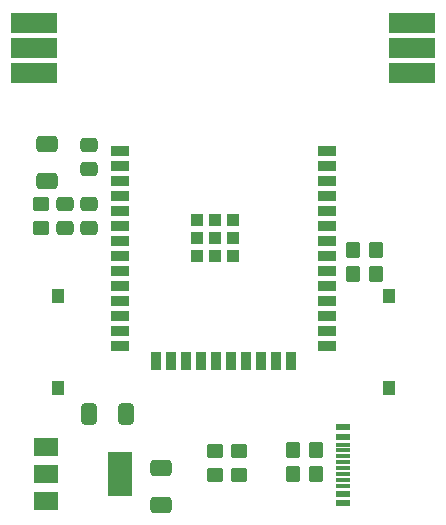
<source format=gtp>
%TF.GenerationSoftware,KiCad,Pcbnew,7.0.1-3b83917a11~172~ubuntu22.04.1*%
%TF.CreationDate,2023-04-18T10:01:55+02:00*%
%TF.ProjectId,part2,70617274-322e-46b6-9963-61645f706362,rev?*%
%TF.SameCoordinates,Original*%
%TF.FileFunction,Paste,Top*%
%TF.FilePolarity,Positive*%
%FSLAX46Y46*%
G04 Gerber Fmt 4.6, Leading zero omitted, Abs format (unit mm)*
G04 Created by KiCad (PCBNEW 7.0.1-3b83917a11~172~ubuntu22.04.1) date 2023-04-18 10:01:55*
%MOMM*%
%LPD*%
G01*
G04 APERTURE LIST*
G04 Aperture macros list*
%AMRoundRect*
0 Rectangle with rounded corners*
0 $1 Rounding radius*
0 $2 $3 $4 $5 $6 $7 $8 $9 X,Y pos of 4 corners*
0 Add a 4 corners polygon primitive as box body*
4,1,4,$2,$3,$4,$5,$6,$7,$8,$9,$2,$3,0*
0 Add four circle primitives for the rounded corners*
1,1,$1+$1,$2,$3*
1,1,$1+$1,$4,$5*
1,1,$1+$1,$6,$7*
1,1,$1+$1,$8,$9*
0 Add four rect primitives between the rounded corners*
20,1,$1+$1,$2,$3,$4,$5,0*
20,1,$1+$1,$4,$5,$6,$7,0*
20,1,$1+$1,$6,$7,$8,$9,0*
20,1,$1+$1,$8,$9,$2,$3,0*%
G04 Aperture macros list end*
%ADD10RoundRect,0.250000X0.650000X-0.412500X0.650000X0.412500X-0.650000X0.412500X-0.650000X-0.412500X0*%
%ADD11RoundRect,0.250000X0.450000X-0.350000X0.450000X0.350000X-0.450000X0.350000X-0.450000X-0.350000X0*%
%ADD12R,4.000000X1.800000*%
%ADD13RoundRect,0.250000X0.412500X0.650000X-0.412500X0.650000X-0.412500X-0.650000X0.412500X-0.650000X0*%
%ADD14RoundRect,0.250000X-0.350000X-0.450000X0.350000X-0.450000X0.350000X0.450000X-0.350000X0.450000X0*%
%ADD15RoundRect,0.250000X-0.450000X0.350000X-0.450000X-0.350000X0.450000X-0.350000X0.450000X0.350000X0*%
%ADD16RoundRect,0.250000X0.475000X-0.337500X0.475000X0.337500X-0.475000X0.337500X-0.475000X-0.337500X0*%
%ADD17RoundRect,0.250000X-0.475000X0.337500X-0.475000X-0.337500X0.475000X-0.337500X0.475000X0.337500X0*%
%ADD18R,1.000000X1.250000*%
%ADD19RoundRect,0.250000X-0.650000X0.412500X-0.650000X-0.412500X0.650000X-0.412500X0.650000X0.412500X0*%
%ADD20RoundRect,0.250000X0.350000X0.450000X-0.350000X0.450000X-0.350000X-0.450000X0.350000X-0.450000X0*%
%ADD21R,2.000000X1.500000*%
%ADD22R,2.000000X3.800000*%
%ADD23R,1.500000X0.900000*%
%ADD24R,0.900000X1.500000*%
%ADD25R,1.050000X1.050000*%
%ADD26R,1.150000X0.600000*%
%ADD27R,1.150000X0.300000*%
G04 APERTURE END LIST*
D10*
%TO.C,C4*%
X137482000Y-119868500D03*
X137482000Y-116743500D03*
%TD*%
D11*
%TO.C,R5*%
X127322000Y-96430000D03*
X127322000Y-94430000D03*
%TD*%
D12*
%TO.C,J11*%
X126775500Y-83310000D03*
X126775500Y-81210000D03*
X126775500Y-79110000D03*
%TD*%
D13*
%TO.C,C5*%
X134511000Y-112210000D03*
X131386000Y-112210000D03*
%TD*%
D14*
%TO.C,R6*%
X153722000Y-100348000D03*
X155722000Y-100348000D03*
%TD*%
D15*
%TO.C,R3*%
X142054000Y-115330000D03*
X142054000Y-117330000D03*
%TD*%
D16*
%TO.C,C1*%
X129354000Y-96467500D03*
X129354000Y-94392500D03*
%TD*%
D12*
%TO.C,J7*%
X158775500Y-79110000D03*
X158775500Y-81210000D03*
X158775500Y-83310000D03*
%TD*%
D17*
%TO.C,C3*%
X131379500Y-89406000D03*
X131379500Y-91481000D03*
%TD*%
D15*
%TO.C,R4*%
X144079500Y-115351500D03*
X144079500Y-117351500D03*
%TD*%
D14*
%TO.C,R7*%
X153738000Y-98316000D03*
X155738000Y-98316000D03*
%TD*%
D18*
%TO.C,SW2*%
X156775500Y-109989000D03*
X156775500Y-102239000D03*
%TD*%
D19*
%TO.C,C2*%
X127823500Y-89367500D03*
X127823500Y-92492500D03*
%TD*%
D20*
%TO.C,R2*%
X150658000Y-117290000D03*
X148658000Y-117290000D03*
%TD*%
%TO.C,R1*%
X150658000Y-115258000D03*
X148658000Y-115258000D03*
%TD*%
D21*
%TO.C,U2*%
X127766500Y-114990000D03*
X127766500Y-117290000D03*
D22*
X134066500Y-117290000D03*
D21*
X127766500Y-119590000D03*
%TD*%
D16*
%TO.C,C6*%
X131386000Y-96467500D03*
X131386000Y-94392500D03*
%TD*%
D18*
%TO.C,SW1*%
X128775500Y-109989000D03*
X128775500Y-102239000D03*
%TD*%
D23*
%TO.C,U1*%
X134025500Y-89960000D03*
X134025500Y-91230000D03*
X134025500Y-92500000D03*
X134025500Y-93770000D03*
X134025500Y-95040000D03*
X134025500Y-96310000D03*
X134025500Y-97580000D03*
X134025500Y-98850000D03*
X134025500Y-100120000D03*
X134025500Y-101390000D03*
X134025500Y-102660000D03*
X134025500Y-103930000D03*
X134025500Y-105200000D03*
X134025500Y-106470000D03*
D24*
X137065500Y-107720000D03*
X138335500Y-107720000D03*
X139605500Y-107720000D03*
X140875500Y-107720000D03*
X142145500Y-107720000D03*
X143415500Y-107720000D03*
X144685500Y-107720000D03*
X145955500Y-107720000D03*
X147225500Y-107720000D03*
X148495500Y-107720000D03*
D23*
X151525500Y-106470000D03*
X151525500Y-105200000D03*
X151525500Y-103930000D03*
X151525500Y-102660000D03*
X151525500Y-101390000D03*
X151525500Y-100120000D03*
X151525500Y-98850000D03*
X151525500Y-97580000D03*
X151525500Y-96310000D03*
X151525500Y-95040000D03*
X151525500Y-93770000D03*
X151525500Y-92500000D03*
X151525500Y-91230000D03*
X151525500Y-89960000D03*
D25*
X140570500Y-95775000D03*
X140570500Y-97300000D03*
X140570500Y-98825000D03*
X142095500Y-95775000D03*
X142095500Y-97300000D03*
X142095500Y-98825000D03*
X143620500Y-95775000D03*
X143620500Y-97300000D03*
X143620500Y-98825000D03*
%TD*%
D26*
%TO.C,J1*%
X152940500Y-119726000D03*
X152940500Y-118926000D03*
D27*
X152940500Y-117776000D03*
X152940500Y-116776000D03*
X152940500Y-116276000D03*
X152940500Y-115276000D03*
D26*
X152940500Y-114126000D03*
X152940500Y-113326000D03*
X152940500Y-113326000D03*
X152940500Y-114126000D03*
D27*
X152940500Y-114776000D03*
X152940500Y-115776000D03*
X152940500Y-117276000D03*
X152940500Y-118276000D03*
D26*
X152940500Y-118926000D03*
X152940500Y-119726000D03*
%TD*%
M02*

</source>
